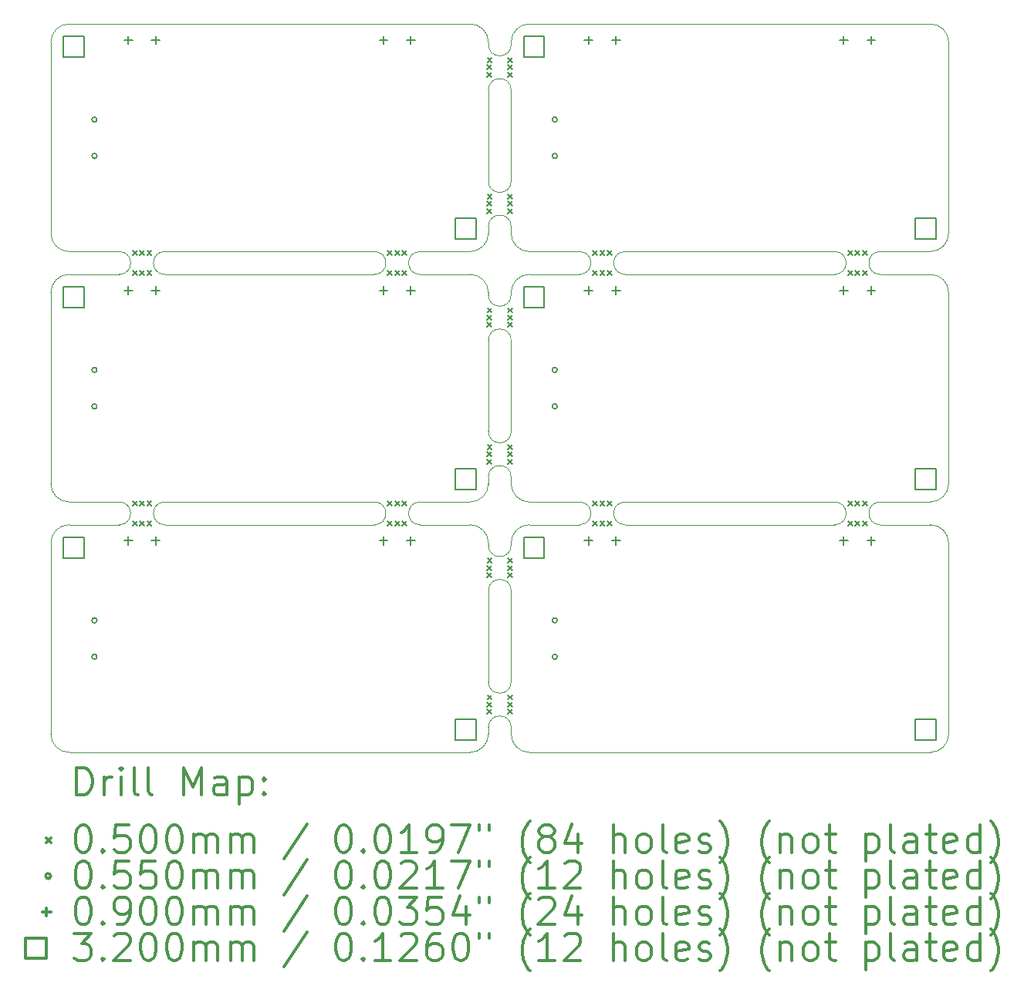
<source format=gbr>
%FSLAX45Y45*%
G04 Gerber Fmt 4.5, Leading zero omitted, Abs format (unit mm)*
G04 Created by KiCad (PCBNEW (5.1.10-1-10_14)) date 2021-09-25 17:02:56*
%MOMM*%
%LPD*%
G01*
G04 APERTURE LIST*
%TA.AperFunction,Profile*%
%ADD10C,0.050000*%
%TD*%
%ADD11C,0.200000*%
%ADD12C,0.300000*%
G04 APERTURE END LIST*
D10*
X0Y7800000D02*
X0Y5700000D01*
X4800000Y5700000D02*
G75*
G02*
X4600000Y5500000I-200000J0D01*
G01*
X4600000Y8000000D02*
G75*
G02*
X4800000Y7800000I0J-200000D01*
G01*
X0Y7800000D02*
G75*
G02*
X200000Y8000000I200000J0D01*
G01*
X200000Y5500000D02*
G75*
G02*
X0Y5700000I0J200000D01*
G01*
X5250000Y5500000D02*
G75*
G02*
X5050000Y5700000I0J200000D01*
G01*
X9850000Y5700000D02*
X9850000Y7800000D01*
X4800000Y5750000D02*
X4800000Y5775000D01*
X3550000Y5500000D02*
X1250000Y5500000D01*
X5800000Y8000000D02*
X5250000Y8000000D01*
X750000Y5500000D02*
X200000Y5500000D01*
X4225000Y8000000D02*
X4600000Y8000000D01*
X200000Y8000000D02*
X750000Y8000000D01*
X1250000Y8000000D02*
X3725000Y8000000D01*
X4800000Y5750000D02*
X4800000Y5700000D01*
X5050000Y5700000D02*
X5050000Y5775000D01*
X5050000Y6275000D02*
X5050000Y7275000D01*
X9850000Y5700000D02*
G75*
G02*
X9650000Y5500000I-200000J0D01*
G01*
X9650000Y8000000D02*
G75*
G02*
X9850000Y7800000I0J-200000D01*
G01*
X5050000Y7800000D02*
G75*
G02*
X5250000Y8000000I200000J0D01*
G01*
X5800000Y5500000D02*
X5250000Y5500000D01*
X9100000Y5500000D02*
X9650000Y5500000D01*
X4800000Y7250000D02*
X4800000Y6275000D01*
X9100000Y5250000D02*
G75*
G02*
X9100000Y5500000I0J125000D01*
G01*
X5800000Y5500000D02*
G75*
G02*
X5800000Y5250000I0J-125000D01*
G01*
X6300000Y5250000D02*
G75*
G02*
X6300000Y5500000I0J125000D01*
G01*
X4800000Y7275000D02*
G75*
G02*
X5050000Y7275000I125000J0D01*
G01*
X5050000Y7775000D02*
G75*
G02*
X4800000Y7775000I-125000J0D01*
G01*
X5050000Y6275000D02*
G75*
G02*
X4800000Y6275000I-125000J0D01*
G01*
X4800000Y5775000D02*
G75*
G02*
X5050000Y5775000I125000J0D01*
G01*
X5050000Y5025000D02*
G75*
G02*
X4800000Y5025000I-125000J0D01*
G01*
X4800000Y4525000D02*
G75*
G02*
X5050000Y4525000I125000J0D01*
G01*
X4800000Y3025000D02*
G75*
G02*
X5050000Y3025000I125000J0D01*
G01*
X5050000Y3525000D02*
G75*
G02*
X4800000Y3525000I-125000J0D01*
G01*
X5050000Y775000D02*
G75*
G02*
X4800000Y775000I-125000J0D01*
G01*
X4800000Y275000D02*
G75*
G02*
X5050000Y275000I125000J0D01*
G01*
X4800000Y1775000D02*
G75*
G02*
X5050000Y1775000I125000J0D01*
G01*
X5050000Y2275000D02*
G75*
G02*
X4800000Y2275000I-125000J0D01*
G01*
X1250000Y8000000D02*
X750000Y8000000D01*
X4225000Y8000000D02*
X3725000Y8000000D01*
X6300000Y8000000D02*
X5800000Y8000000D01*
X8775000Y0D02*
X9275000Y0D01*
X5800000Y0D02*
X6300000Y0D01*
X3725000Y0D02*
X4225000Y0D01*
X1250000Y0D02*
X750000Y0D01*
X4050000Y5500000D02*
X4600000Y5500000D01*
X5050000Y7775000D02*
X5050000Y7800000D01*
X4800000Y7250000D02*
X4800000Y7275000D01*
X4800000Y7775000D02*
X4800000Y7800000D01*
X9275000Y8000000D02*
X9650000Y8000000D01*
X8600000Y5500000D02*
X6300000Y5500000D01*
X5800000Y0D02*
X5250000Y0D01*
X750000Y0D02*
X200000Y0D01*
X3725000Y0D02*
X1250000Y0D01*
X4225000Y0D02*
X4600000Y0D01*
X4800000Y250000D02*
X4800000Y275000D01*
X4800000Y1750000D02*
X4800000Y1775000D01*
X5050000Y775000D02*
X5050000Y1775000D01*
X5050000Y200000D02*
X5050000Y275000D01*
X4800000Y250000D02*
X4800000Y200000D01*
X4800000Y1750000D02*
X4800000Y775000D01*
X9850000Y200000D02*
G75*
G02*
X9650000Y0I-200000J0D01*
G01*
X5250000Y0D02*
G75*
G02*
X5050000Y200000I0J200000D01*
G01*
X9850000Y200000D02*
X9850000Y2300000D01*
X0Y2300000D02*
X0Y200000D01*
X4800000Y200000D02*
G75*
G02*
X4600000Y0I-200000J0D01*
G01*
X200000Y0D02*
G75*
G02*
X0Y200000I0J200000D01*
G01*
X9275000Y8000000D02*
X6300000Y8000000D01*
X8600000Y5500000D02*
G75*
G02*
X8600000Y5250000I0J-125000D01*
G01*
X4800000Y5025000D02*
X4800000Y5050000D01*
X9100000Y5250000D02*
X9650000Y5250000D01*
X4800000Y4500000D02*
X4800000Y3525000D01*
X5050000Y3525000D02*
X5050000Y4525000D01*
X9650000Y5250000D02*
G75*
G02*
X9850000Y5050000I0J-200000D01*
G01*
X5050000Y5050000D02*
G75*
G02*
X5250000Y5250000I200000J0D01*
G01*
X9850000Y2950000D02*
X9850000Y5050000D01*
X5800000Y5250000D02*
X5250000Y5250000D01*
X4050000Y5250000D02*
X4600000Y5250000D01*
X1250000Y5250000D02*
G75*
G02*
X1250000Y5500000I0J125000D01*
G01*
X200000Y5250000D02*
X750000Y5250000D01*
X3550000Y5500000D02*
G75*
G02*
X3550000Y5250000I0J-125000D01*
G01*
X750000Y5500000D02*
G75*
G02*
X750000Y5250000I0J-125000D01*
G01*
X4050000Y5250000D02*
G75*
G02*
X4050000Y5500000I0J125000D01*
G01*
X1250000Y5250000D02*
X3550000Y5250000D01*
X6300000Y5250000D02*
X8600000Y5250000D01*
X0Y5050000D02*
X0Y2950000D01*
X4600000Y5250000D02*
G75*
G02*
X4800000Y5050000I0J-200000D01*
G01*
X0Y5050000D02*
G75*
G02*
X200000Y5250000I200000J0D01*
G01*
X9275000Y0D02*
X9650000Y0D01*
X8775000Y0D02*
X6300000Y0D01*
X5050000Y5025000D02*
X5050000Y5050000D01*
X4800000Y4500000D02*
X4800000Y4525000D01*
X4050000Y2500000D02*
X4600000Y2500000D01*
X5800000Y2500000D02*
X5250000Y2500000D01*
X5050000Y2300000D02*
G75*
G02*
X5250000Y2500000I200000J0D01*
G01*
X9650000Y2500000D02*
G75*
G02*
X9850000Y2300000I0J-200000D01*
G01*
X9100000Y2500000D02*
X9650000Y2500000D01*
X3550000Y2750000D02*
G75*
G02*
X3550000Y2500000I0J-125000D01*
G01*
X200000Y2500000D02*
X750000Y2500000D01*
X1250000Y2500000D02*
G75*
G02*
X1250000Y2750000I0J125000D01*
G01*
X8600000Y2750000D02*
X6300000Y2750000D01*
X4050000Y2750000D02*
X4600000Y2750000D01*
X6300000Y2500000D02*
G75*
G02*
X6300000Y2750000I0J125000D01*
G01*
X5800000Y2750000D02*
G75*
G02*
X5800000Y2500000I0J-125000D01*
G01*
X9100000Y2500000D02*
G75*
G02*
X9100000Y2750000I0J125000D01*
G01*
X8600000Y2750000D02*
G75*
G02*
X8600000Y2500000I0J-125000D01*
G01*
X0Y2300000D02*
G75*
G02*
X200000Y2500000I200000J0D01*
G01*
X4600000Y2500000D02*
G75*
G02*
X4800000Y2300000I0J-200000D01*
G01*
X6300000Y2500000D02*
X8600000Y2500000D01*
X1250000Y2500000D02*
X3550000Y2500000D01*
X4050000Y2500000D02*
G75*
G02*
X4050000Y2750000I0J125000D01*
G01*
X750000Y2750000D02*
G75*
G02*
X750000Y2500000I0J-125000D01*
G01*
X4800000Y3000000D02*
X4800000Y3025000D01*
X5050000Y2950000D02*
X5050000Y3025000D01*
X5050000Y2275000D02*
X5050000Y2300000D01*
X4800000Y2300000D02*
X4800000Y2275000D01*
X200000Y2750000D02*
G75*
G02*
X0Y2950000I0J200000D01*
G01*
X4800000Y2950000D02*
G75*
G02*
X4600000Y2750000I-200000J0D01*
G01*
X4800000Y3000000D02*
X4800000Y2950000D01*
X750000Y2750000D02*
X200000Y2750000D01*
X3550000Y2750000D02*
X1250000Y2750000D01*
X5250000Y2750000D02*
G75*
G02*
X5050000Y2950000I0J200000D01*
G01*
X9850000Y2950000D02*
G75*
G02*
X9650000Y2750000I-200000J0D01*
G01*
X9100000Y2750000D02*
X9650000Y2750000D01*
X5800000Y2750000D02*
X5250000Y2750000D01*
D11*
X895000Y5512500D02*
X945000Y5462500D01*
X945000Y5512500D02*
X895000Y5462500D01*
X895000Y5287500D02*
X945000Y5237500D01*
X945000Y5287500D02*
X895000Y5237500D01*
X895000Y2762500D02*
X945000Y2712500D01*
X945000Y2762500D02*
X895000Y2712500D01*
X895000Y2537500D02*
X945000Y2487500D01*
X945000Y2537500D02*
X895000Y2487500D01*
X975000Y5512500D02*
X1025000Y5462500D01*
X1025000Y5512500D02*
X975000Y5462500D01*
X975000Y5287500D02*
X1025000Y5237500D01*
X1025000Y5287500D02*
X975000Y5237500D01*
X975000Y2762500D02*
X1025000Y2712500D01*
X1025000Y2762500D02*
X975000Y2712500D01*
X975000Y2537500D02*
X1025000Y2487500D01*
X1025000Y2537500D02*
X975000Y2487500D01*
X1055000Y5511250D02*
X1105000Y5461250D01*
X1105000Y5511250D02*
X1055000Y5461250D01*
X1055000Y5287500D02*
X1105000Y5237500D01*
X1105000Y5287500D02*
X1055000Y5237500D01*
X1055000Y2761250D02*
X1105000Y2711250D01*
X1105000Y2761250D02*
X1055000Y2711250D01*
X1055000Y2537500D02*
X1105000Y2487500D01*
X1105000Y2537500D02*
X1055000Y2487500D01*
X3695000Y5512500D02*
X3745000Y5462500D01*
X3745000Y5512500D02*
X3695000Y5462500D01*
X3695000Y5287500D02*
X3745000Y5237500D01*
X3745000Y5287500D02*
X3695000Y5237500D01*
X3695000Y2762500D02*
X3745000Y2712500D01*
X3745000Y2762500D02*
X3695000Y2712500D01*
X3695000Y2537500D02*
X3745000Y2487500D01*
X3745000Y2537500D02*
X3695000Y2487500D01*
X3775000Y5512500D02*
X3825000Y5462500D01*
X3825000Y5512500D02*
X3775000Y5462500D01*
X3775000Y5287500D02*
X3825000Y5237500D01*
X3825000Y5287500D02*
X3775000Y5237500D01*
X3775000Y2762500D02*
X3825000Y2712500D01*
X3825000Y2762500D02*
X3775000Y2712500D01*
X3775000Y2537500D02*
X3825000Y2487500D01*
X3825000Y2537500D02*
X3775000Y2487500D01*
X3855000Y5511250D02*
X3905000Y5461250D01*
X3905000Y5511250D02*
X3855000Y5461250D01*
X3855000Y5287500D02*
X3905000Y5237500D01*
X3905000Y5287500D02*
X3855000Y5237500D01*
X3855000Y2761250D02*
X3905000Y2711250D01*
X3905000Y2761250D02*
X3855000Y2711250D01*
X3855000Y2537500D02*
X3905000Y2487500D01*
X3905000Y2537500D02*
X3855000Y2487500D01*
X4787500Y7550000D02*
X4837500Y7500000D01*
X4837500Y7550000D02*
X4787500Y7500000D01*
X4787500Y7470000D02*
X4837500Y7420000D01*
X4837500Y7470000D02*
X4787500Y7420000D01*
X4787500Y6050000D02*
X4837500Y6000000D01*
X4837500Y6050000D02*
X4787500Y6000000D01*
X4787500Y5970000D02*
X4837500Y5920000D01*
X4837500Y5970000D02*
X4787500Y5920000D01*
X4787500Y4800000D02*
X4837500Y4750000D01*
X4837500Y4800000D02*
X4787500Y4750000D01*
X4787500Y4720000D02*
X4837500Y4670000D01*
X4837500Y4720000D02*
X4787500Y4670000D01*
X4787500Y3300000D02*
X4837500Y3250000D01*
X4837500Y3300000D02*
X4787500Y3250000D01*
X4787500Y3220000D02*
X4837500Y3170000D01*
X4837500Y3220000D02*
X4787500Y3170000D01*
X4787500Y2050000D02*
X4837500Y2000000D01*
X4837500Y2050000D02*
X4787500Y2000000D01*
X4787500Y1970000D02*
X4837500Y1920000D01*
X4837500Y1970000D02*
X4787500Y1920000D01*
X4787500Y550000D02*
X4837500Y500000D01*
X4837500Y550000D02*
X4787500Y500000D01*
X4787500Y470000D02*
X4837500Y420000D01*
X4837500Y470000D02*
X4787500Y420000D01*
X4788750Y7630000D02*
X4838750Y7580000D01*
X4838750Y7630000D02*
X4788750Y7580000D01*
X4788750Y6130000D02*
X4838750Y6080000D01*
X4838750Y6130000D02*
X4788750Y6080000D01*
X4788750Y4880000D02*
X4838750Y4830000D01*
X4838750Y4880000D02*
X4788750Y4830000D01*
X4788750Y3380000D02*
X4838750Y3330000D01*
X4838750Y3380000D02*
X4788750Y3330000D01*
X4788750Y2130000D02*
X4838750Y2080000D01*
X4838750Y2130000D02*
X4788750Y2080000D01*
X4788750Y630000D02*
X4838750Y580000D01*
X4838750Y630000D02*
X4788750Y580000D01*
X5012500Y7630000D02*
X5062500Y7580000D01*
X5062500Y7630000D02*
X5012500Y7580000D01*
X5012500Y7550000D02*
X5062500Y7500000D01*
X5062500Y7550000D02*
X5012500Y7500000D01*
X5012500Y7470000D02*
X5062500Y7420000D01*
X5062500Y7470000D02*
X5012500Y7420000D01*
X5012500Y6130000D02*
X5062500Y6080000D01*
X5062500Y6130000D02*
X5012500Y6080000D01*
X5012500Y6050000D02*
X5062500Y6000000D01*
X5062500Y6050000D02*
X5012500Y6000000D01*
X5012500Y5970000D02*
X5062500Y5920000D01*
X5062500Y5970000D02*
X5012500Y5920000D01*
X5012500Y4880000D02*
X5062500Y4830000D01*
X5062500Y4880000D02*
X5012500Y4830000D01*
X5012500Y4800000D02*
X5062500Y4750000D01*
X5062500Y4800000D02*
X5012500Y4750000D01*
X5012500Y4720000D02*
X5062500Y4670000D01*
X5062500Y4720000D02*
X5012500Y4670000D01*
X5012500Y3380000D02*
X5062500Y3330000D01*
X5062500Y3380000D02*
X5012500Y3330000D01*
X5012500Y3300000D02*
X5062500Y3250000D01*
X5062500Y3300000D02*
X5012500Y3250000D01*
X5012500Y3220000D02*
X5062500Y3170000D01*
X5062500Y3220000D02*
X5012500Y3170000D01*
X5012500Y2130000D02*
X5062500Y2080000D01*
X5062500Y2130000D02*
X5012500Y2080000D01*
X5012500Y2050000D02*
X5062500Y2000000D01*
X5062500Y2050000D02*
X5012500Y2000000D01*
X5012500Y1970000D02*
X5062500Y1920000D01*
X5062500Y1970000D02*
X5012500Y1920000D01*
X5012500Y630000D02*
X5062500Y580000D01*
X5062500Y630000D02*
X5012500Y580000D01*
X5012500Y550000D02*
X5062500Y500000D01*
X5062500Y550000D02*
X5012500Y500000D01*
X5012500Y470000D02*
X5062500Y420000D01*
X5062500Y470000D02*
X5012500Y420000D01*
X5945000Y5512500D02*
X5995000Y5462500D01*
X5995000Y5512500D02*
X5945000Y5462500D01*
X5945000Y5287500D02*
X5995000Y5237500D01*
X5995000Y5287500D02*
X5945000Y5237500D01*
X5945000Y2762500D02*
X5995000Y2712500D01*
X5995000Y2762500D02*
X5945000Y2712500D01*
X5945000Y2537500D02*
X5995000Y2487500D01*
X5995000Y2537500D02*
X5945000Y2487500D01*
X6025000Y5512500D02*
X6075000Y5462500D01*
X6075000Y5512500D02*
X6025000Y5462500D01*
X6025000Y5287500D02*
X6075000Y5237500D01*
X6075000Y5287500D02*
X6025000Y5237500D01*
X6025000Y2762500D02*
X6075000Y2712500D01*
X6075000Y2762500D02*
X6025000Y2712500D01*
X6025000Y2537500D02*
X6075000Y2487500D01*
X6075000Y2537500D02*
X6025000Y2487500D01*
X6105000Y5511250D02*
X6155000Y5461250D01*
X6155000Y5511250D02*
X6105000Y5461250D01*
X6105000Y5287500D02*
X6155000Y5237500D01*
X6155000Y5287500D02*
X6105000Y5237500D01*
X6105000Y2761250D02*
X6155000Y2711250D01*
X6155000Y2761250D02*
X6105000Y2711250D01*
X6105000Y2537500D02*
X6155000Y2487500D01*
X6155000Y2537500D02*
X6105000Y2487500D01*
X8745000Y5512500D02*
X8795000Y5462500D01*
X8795000Y5512500D02*
X8745000Y5462500D01*
X8745000Y5287500D02*
X8795000Y5237500D01*
X8795000Y5287500D02*
X8745000Y5237500D01*
X8745000Y2762500D02*
X8795000Y2712500D01*
X8795000Y2762500D02*
X8745000Y2712500D01*
X8745000Y2537500D02*
X8795000Y2487500D01*
X8795000Y2537500D02*
X8745000Y2487500D01*
X8825000Y5512500D02*
X8875000Y5462500D01*
X8875000Y5512500D02*
X8825000Y5462500D01*
X8825000Y5287500D02*
X8875000Y5237500D01*
X8875000Y5287500D02*
X8825000Y5237500D01*
X8825000Y2762500D02*
X8875000Y2712500D01*
X8875000Y2762500D02*
X8825000Y2712500D01*
X8825000Y2537500D02*
X8875000Y2487500D01*
X8875000Y2537500D02*
X8825000Y2487500D01*
X8905000Y5511250D02*
X8955000Y5461250D01*
X8955000Y5511250D02*
X8905000Y5461250D01*
X8905000Y5287500D02*
X8955000Y5237500D01*
X8955000Y5287500D02*
X8905000Y5237500D01*
X8905000Y2761250D02*
X8955000Y2711250D01*
X8955000Y2761250D02*
X8905000Y2711250D01*
X8905000Y2537500D02*
X8955000Y2487500D01*
X8955000Y2537500D02*
X8905000Y2487500D01*
X505500Y6950000D02*
G75*
G03*
X505500Y6950000I-27500J0D01*
G01*
X505500Y6550000D02*
G75*
G03*
X505500Y6550000I-27500J0D01*
G01*
X505500Y4200000D02*
G75*
G03*
X505500Y4200000I-27500J0D01*
G01*
X505500Y3800000D02*
G75*
G03*
X505500Y3800000I-27500J0D01*
G01*
X505500Y1450000D02*
G75*
G03*
X505500Y1450000I-27500J0D01*
G01*
X505500Y1050000D02*
G75*
G03*
X505500Y1050000I-27500J0D01*
G01*
X5555500Y6950000D02*
G75*
G03*
X5555500Y6950000I-27500J0D01*
G01*
X5555500Y6550000D02*
G75*
G03*
X5555500Y6550000I-27500J0D01*
G01*
X5555500Y4200000D02*
G75*
G03*
X5555500Y4200000I-27500J0D01*
G01*
X5555500Y3800000D02*
G75*
G03*
X5555500Y3800000I-27500J0D01*
G01*
X5555500Y1450000D02*
G75*
G03*
X5555500Y1450000I-27500J0D01*
G01*
X5555500Y1050000D02*
G75*
G03*
X5555500Y1050000I-27500J0D01*
G01*
X850000Y7869100D02*
X850000Y7779100D01*
X805000Y7824100D02*
X895000Y7824100D01*
X850000Y5119100D02*
X850000Y5029100D01*
X805000Y5074100D02*
X895000Y5074100D01*
X850000Y2369100D02*
X850000Y2279100D01*
X805000Y2324100D02*
X895000Y2324100D01*
X1150000Y7869100D02*
X1150000Y7779100D01*
X1105000Y7824100D02*
X1195000Y7824100D01*
X1150000Y5119100D02*
X1150000Y5029100D01*
X1105000Y5074100D02*
X1195000Y5074100D01*
X1150000Y2369100D02*
X1150000Y2279100D01*
X1105000Y2324100D02*
X1195000Y2324100D01*
X3650000Y7869100D02*
X3650000Y7779100D01*
X3605000Y7824100D02*
X3695000Y7824100D01*
X3650000Y5119100D02*
X3650000Y5029100D01*
X3605000Y5074100D02*
X3695000Y5074100D01*
X3650000Y2369100D02*
X3650000Y2279100D01*
X3605000Y2324100D02*
X3695000Y2324100D01*
X3950000Y7869100D02*
X3950000Y7779100D01*
X3905000Y7824100D02*
X3995000Y7824100D01*
X3950000Y5119100D02*
X3950000Y5029100D01*
X3905000Y5074100D02*
X3995000Y5074100D01*
X3950000Y2369100D02*
X3950000Y2279100D01*
X3905000Y2324100D02*
X3995000Y2324100D01*
X5900000Y7869100D02*
X5900000Y7779100D01*
X5855000Y7824100D02*
X5945000Y7824100D01*
X5900000Y5119100D02*
X5900000Y5029100D01*
X5855000Y5074100D02*
X5945000Y5074100D01*
X5900000Y2369100D02*
X5900000Y2279100D01*
X5855000Y2324100D02*
X5945000Y2324100D01*
X6200000Y7869100D02*
X6200000Y7779100D01*
X6155000Y7824100D02*
X6245000Y7824100D01*
X6200000Y5119100D02*
X6200000Y5029100D01*
X6155000Y5074100D02*
X6245000Y5074100D01*
X6200000Y2369100D02*
X6200000Y2279100D01*
X6155000Y2324100D02*
X6245000Y2324100D01*
X8700000Y7869100D02*
X8700000Y7779100D01*
X8655000Y7824100D02*
X8745000Y7824100D01*
X8700000Y5119100D02*
X8700000Y5029100D01*
X8655000Y5074100D02*
X8745000Y5074100D01*
X8700000Y2369100D02*
X8700000Y2279100D01*
X8655000Y2324100D02*
X8745000Y2324100D01*
X9000000Y7869100D02*
X9000000Y7779100D01*
X8955000Y7824100D02*
X9045000Y7824100D01*
X9000000Y5119100D02*
X9000000Y5029100D01*
X8955000Y5074100D02*
X9045000Y5074100D01*
X9000000Y2369100D02*
X9000000Y2279100D01*
X8955000Y2324100D02*
X9045000Y2324100D01*
X363138Y7636862D02*
X363138Y7863138D01*
X136862Y7863138D01*
X136862Y7636862D01*
X363138Y7636862D01*
X363138Y4886862D02*
X363138Y5113138D01*
X136862Y5113138D01*
X136862Y4886862D01*
X363138Y4886862D01*
X363138Y2136862D02*
X363138Y2363138D01*
X136862Y2363138D01*
X136862Y2136862D01*
X363138Y2136862D01*
X4663138Y5636862D02*
X4663138Y5863138D01*
X4436862Y5863138D01*
X4436862Y5636862D01*
X4663138Y5636862D01*
X4663138Y2886862D02*
X4663138Y3113138D01*
X4436862Y3113138D01*
X4436862Y2886862D01*
X4663138Y2886862D01*
X4663138Y136862D02*
X4663138Y363138D01*
X4436862Y363138D01*
X4436862Y136862D01*
X4663138Y136862D01*
X5413138Y7636862D02*
X5413138Y7863138D01*
X5186862Y7863138D01*
X5186862Y7636862D01*
X5413138Y7636862D01*
X5413138Y4886862D02*
X5413138Y5113138D01*
X5186862Y5113138D01*
X5186862Y4886862D01*
X5413138Y4886862D01*
X5413138Y2136862D02*
X5413138Y2363138D01*
X5186862Y2363138D01*
X5186862Y2136862D01*
X5413138Y2136862D01*
X9713138Y5636862D02*
X9713138Y5863138D01*
X9486862Y5863138D01*
X9486862Y5636862D01*
X9713138Y5636862D01*
X9713138Y2886862D02*
X9713138Y3113138D01*
X9486862Y3113138D01*
X9486862Y2886862D01*
X9713138Y2886862D01*
X9713138Y136862D02*
X9713138Y363138D01*
X9486862Y363138D01*
X9486862Y136862D01*
X9713138Y136862D01*
D12*
X283928Y-468214D02*
X283928Y-168214D01*
X355357Y-168214D01*
X398214Y-182500D01*
X426786Y-211071D01*
X441071Y-239643D01*
X455357Y-296786D01*
X455357Y-339643D01*
X441071Y-396786D01*
X426786Y-425357D01*
X398214Y-453929D01*
X355357Y-468214D01*
X283928Y-468214D01*
X583928Y-468214D02*
X583928Y-268214D01*
X583928Y-325357D02*
X598214Y-296786D01*
X612500Y-282500D01*
X641071Y-268214D01*
X669643Y-268214D01*
X769643Y-468214D02*
X769643Y-268214D01*
X769643Y-168214D02*
X755357Y-182500D01*
X769643Y-196786D01*
X783928Y-182500D01*
X769643Y-168214D01*
X769643Y-196786D01*
X955357Y-468214D02*
X926786Y-453929D01*
X912500Y-425357D01*
X912500Y-168214D01*
X1112500Y-468214D02*
X1083928Y-453929D01*
X1069643Y-425357D01*
X1069643Y-168214D01*
X1455357Y-468214D02*
X1455357Y-168214D01*
X1555357Y-382500D01*
X1655357Y-168214D01*
X1655357Y-468214D01*
X1926786Y-468214D02*
X1926786Y-311072D01*
X1912500Y-282500D01*
X1883928Y-268214D01*
X1826786Y-268214D01*
X1798214Y-282500D01*
X1926786Y-453929D02*
X1898214Y-468214D01*
X1826786Y-468214D01*
X1798214Y-453929D01*
X1783928Y-425357D01*
X1783928Y-396786D01*
X1798214Y-368214D01*
X1826786Y-353929D01*
X1898214Y-353929D01*
X1926786Y-339643D01*
X2069643Y-268214D02*
X2069643Y-568214D01*
X2069643Y-282500D02*
X2098214Y-268214D01*
X2155357Y-268214D01*
X2183928Y-282500D01*
X2198214Y-296786D01*
X2212500Y-325357D01*
X2212500Y-411071D01*
X2198214Y-439643D01*
X2183928Y-453929D01*
X2155357Y-468214D01*
X2098214Y-468214D01*
X2069643Y-453929D01*
X2341071Y-439643D02*
X2355357Y-453929D01*
X2341071Y-468214D01*
X2326786Y-453929D01*
X2341071Y-439643D01*
X2341071Y-468214D01*
X2341071Y-282500D02*
X2355357Y-296786D01*
X2341071Y-311072D01*
X2326786Y-296786D01*
X2341071Y-282500D01*
X2341071Y-311072D01*
X-52500Y-937500D02*
X-2500Y-987500D01*
X-2500Y-937500D02*
X-52500Y-987500D01*
X341071Y-798214D02*
X369643Y-798214D01*
X398214Y-812500D01*
X412500Y-826786D01*
X426786Y-855357D01*
X441071Y-912500D01*
X441071Y-983929D01*
X426786Y-1041071D01*
X412500Y-1069643D01*
X398214Y-1083929D01*
X369643Y-1098214D01*
X341071Y-1098214D01*
X312500Y-1083929D01*
X298214Y-1069643D01*
X283928Y-1041071D01*
X269643Y-983929D01*
X269643Y-912500D01*
X283928Y-855357D01*
X298214Y-826786D01*
X312500Y-812500D01*
X341071Y-798214D01*
X569643Y-1069643D02*
X583928Y-1083929D01*
X569643Y-1098214D01*
X555357Y-1083929D01*
X569643Y-1069643D01*
X569643Y-1098214D01*
X855357Y-798214D02*
X712500Y-798214D01*
X698214Y-941071D01*
X712500Y-926786D01*
X741071Y-912500D01*
X812500Y-912500D01*
X841071Y-926786D01*
X855357Y-941071D01*
X869643Y-969643D01*
X869643Y-1041071D01*
X855357Y-1069643D01*
X841071Y-1083929D01*
X812500Y-1098214D01*
X741071Y-1098214D01*
X712500Y-1083929D01*
X698214Y-1069643D01*
X1055357Y-798214D02*
X1083928Y-798214D01*
X1112500Y-812500D01*
X1126786Y-826786D01*
X1141071Y-855357D01*
X1155357Y-912500D01*
X1155357Y-983929D01*
X1141071Y-1041071D01*
X1126786Y-1069643D01*
X1112500Y-1083929D01*
X1083928Y-1098214D01*
X1055357Y-1098214D01*
X1026786Y-1083929D01*
X1012500Y-1069643D01*
X998214Y-1041071D01*
X983928Y-983929D01*
X983928Y-912500D01*
X998214Y-855357D01*
X1012500Y-826786D01*
X1026786Y-812500D01*
X1055357Y-798214D01*
X1341071Y-798214D02*
X1369643Y-798214D01*
X1398214Y-812500D01*
X1412500Y-826786D01*
X1426786Y-855357D01*
X1441071Y-912500D01*
X1441071Y-983929D01*
X1426786Y-1041071D01*
X1412500Y-1069643D01*
X1398214Y-1083929D01*
X1369643Y-1098214D01*
X1341071Y-1098214D01*
X1312500Y-1083929D01*
X1298214Y-1069643D01*
X1283928Y-1041071D01*
X1269643Y-983929D01*
X1269643Y-912500D01*
X1283928Y-855357D01*
X1298214Y-826786D01*
X1312500Y-812500D01*
X1341071Y-798214D01*
X1569643Y-1098214D02*
X1569643Y-898214D01*
X1569643Y-926786D02*
X1583928Y-912500D01*
X1612500Y-898214D01*
X1655357Y-898214D01*
X1683928Y-912500D01*
X1698214Y-941071D01*
X1698214Y-1098214D01*
X1698214Y-941071D02*
X1712500Y-912500D01*
X1741071Y-898214D01*
X1783928Y-898214D01*
X1812500Y-912500D01*
X1826786Y-941071D01*
X1826786Y-1098214D01*
X1969643Y-1098214D02*
X1969643Y-898214D01*
X1969643Y-926786D02*
X1983928Y-912500D01*
X2012500Y-898214D01*
X2055357Y-898214D01*
X2083928Y-912500D01*
X2098214Y-941071D01*
X2098214Y-1098214D01*
X2098214Y-941071D02*
X2112500Y-912500D01*
X2141071Y-898214D01*
X2183928Y-898214D01*
X2212500Y-912500D01*
X2226786Y-941071D01*
X2226786Y-1098214D01*
X2812500Y-783929D02*
X2555357Y-1169643D01*
X3198214Y-798214D02*
X3226786Y-798214D01*
X3255357Y-812500D01*
X3269643Y-826786D01*
X3283928Y-855357D01*
X3298214Y-912500D01*
X3298214Y-983929D01*
X3283928Y-1041071D01*
X3269643Y-1069643D01*
X3255357Y-1083929D01*
X3226786Y-1098214D01*
X3198214Y-1098214D01*
X3169643Y-1083929D01*
X3155357Y-1069643D01*
X3141071Y-1041071D01*
X3126786Y-983929D01*
X3126786Y-912500D01*
X3141071Y-855357D01*
X3155357Y-826786D01*
X3169643Y-812500D01*
X3198214Y-798214D01*
X3426786Y-1069643D02*
X3441071Y-1083929D01*
X3426786Y-1098214D01*
X3412500Y-1083929D01*
X3426786Y-1069643D01*
X3426786Y-1098214D01*
X3626786Y-798214D02*
X3655357Y-798214D01*
X3683928Y-812500D01*
X3698214Y-826786D01*
X3712500Y-855357D01*
X3726786Y-912500D01*
X3726786Y-983929D01*
X3712500Y-1041071D01*
X3698214Y-1069643D01*
X3683928Y-1083929D01*
X3655357Y-1098214D01*
X3626786Y-1098214D01*
X3598214Y-1083929D01*
X3583928Y-1069643D01*
X3569643Y-1041071D01*
X3555357Y-983929D01*
X3555357Y-912500D01*
X3569643Y-855357D01*
X3583928Y-826786D01*
X3598214Y-812500D01*
X3626786Y-798214D01*
X4012500Y-1098214D02*
X3841071Y-1098214D01*
X3926786Y-1098214D02*
X3926786Y-798214D01*
X3898214Y-841071D01*
X3869643Y-869643D01*
X3841071Y-883929D01*
X4155357Y-1098214D02*
X4212500Y-1098214D01*
X4241071Y-1083929D01*
X4255357Y-1069643D01*
X4283928Y-1026786D01*
X4298214Y-969643D01*
X4298214Y-855357D01*
X4283928Y-826786D01*
X4269643Y-812500D01*
X4241071Y-798214D01*
X4183928Y-798214D01*
X4155357Y-812500D01*
X4141071Y-826786D01*
X4126786Y-855357D01*
X4126786Y-926786D01*
X4141071Y-955357D01*
X4155357Y-969643D01*
X4183928Y-983929D01*
X4241071Y-983929D01*
X4269643Y-969643D01*
X4283928Y-955357D01*
X4298214Y-926786D01*
X4398214Y-798214D02*
X4598214Y-798214D01*
X4469643Y-1098214D01*
X4698214Y-798214D02*
X4698214Y-855357D01*
X4812500Y-798214D02*
X4812500Y-855357D01*
X5255357Y-1212500D02*
X5241071Y-1198214D01*
X5212500Y-1155357D01*
X5198214Y-1126786D01*
X5183928Y-1083929D01*
X5169643Y-1012500D01*
X5169643Y-955357D01*
X5183928Y-883929D01*
X5198214Y-841071D01*
X5212500Y-812500D01*
X5241071Y-769643D01*
X5255357Y-755357D01*
X5412500Y-926786D02*
X5383928Y-912500D01*
X5369643Y-898214D01*
X5355357Y-869643D01*
X5355357Y-855357D01*
X5369643Y-826786D01*
X5383928Y-812500D01*
X5412500Y-798214D01*
X5469643Y-798214D01*
X5498214Y-812500D01*
X5512500Y-826786D01*
X5526786Y-855357D01*
X5526786Y-869643D01*
X5512500Y-898214D01*
X5498214Y-912500D01*
X5469643Y-926786D01*
X5412500Y-926786D01*
X5383928Y-941071D01*
X5369643Y-955357D01*
X5355357Y-983929D01*
X5355357Y-1041071D01*
X5369643Y-1069643D01*
X5383928Y-1083929D01*
X5412500Y-1098214D01*
X5469643Y-1098214D01*
X5498214Y-1083929D01*
X5512500Y-1069643D01*
X5526786Y-1041071D01*
X5526786Y-983929D01*
X5512500Y-955357D01*
X5498214Y-941071D01*
X5469643Y-926786D01*
X5783928Y-898214D02*
X5783928Y-1098214D01*
X5712500Y-783929D02*
X5641071Y-998214D01*
X5826786Y-998214D01*
X6169643Y-1098214D02*
X6169643Y-798214D01*
X6298214Y-1098214D02*
X6298214Y-941071D01*
X6283928Y-912500D01*
X6255357Y-898214D01*
X6212500Y-898214D01*
X6183928Y-912500D01*
X6169643Y-926786D01*
X6483928Y-1098214D02*
X6455357Y-1083929D01*
X6441071Y-1069643D01*
X6426786Y-1041071D01*
X6426786Y-955357D01*
X6441071Y-926786D01*
X6455357Y-912500D01*
X6483928Y-898214D01*
X6526786Y-898214D01*
X6555357Y-912500D01*
X6569643Y-926786D01*
X6583928Y-955357D01*
X6583928Y-1041071D01*
X6569643Y-1069643D01*
X6555357Y-1083929D01*
X6526786Y-1098214D01*
X6483928Y-1098214D01*
X6755357Y-1098214D02*
X6726786Y-1083929D01*
X6712500Y-1055357D01*
X6712500Y-798214D01*
X6983928Y-1083929D02*
X6955357Y-1098214D01*
X6898214Y-1098214D01*
X6869643Y-1083929D01*
X6855357Y-1055357D01*
X6855357Y-941071D01*
X6869643Y-912500D01*
X6898214Y-898214D01*
X6955357Y-898214D01*
X6983928Y-912500D01*
X6998214Y-941071D01*
X6998214Y-969643D01*
X6855357Y-998214D01*
X7112500Y-1083929D02*
X7141071Y-1098214D01*
X7198214Y-1098214D01*
X7226786Y-1083929D01*
X7241071Y-1055357D01*
X7241071Y-1041071D01*
X7226786Y-1012500D01*
X7198214Y-998214D01*
X7155357Y-998214D01*
X7126786Y-983929D01*
X7112500Y-955357D01*
X7112500Y-941071D01*
X7126786Y-912500D01*
X7155357Y-898214D01*
X7198214Y-898214D01*
X7226786Y-912500D01*
X7341071Y-1212500D02*
X7355357Y-1198214D01*
X7383928Y-1155357D01*
X7398214Y-1126786D01*
X7412500Y-1083929D01*
X7426786Y-1012500D01*
X7426786Y-955357D01*
X7412500Y-883929D01*
X7398214Y-841071D01*
X7383928Y-812500D01*
X7355357Y-769643D01*
X7341071Y-755357D01*
X7883928Y-1212500D02*
X7869643Y-1198214D01*
X7841071Y-1155357D01*
X7826786Y-1126786D01*
X7812500Y-1083929D01*
X7798214Y-1012500D01*
X7798214Y-955357D01*
X7812500Y-883929D01*
X7826786Y-841071D01*
X7841071Y-812500D01*
X7869643Y-769643D01*
X7883928Y-755357D01*
X7998214Y-898214D02*
X7998214Y-1098214D01*
X7998214Y-926786D02*
X8012500Y-912500D01*
X8041071Y-898214D01*
X8083928Y-898214D01*
X8112500Y-912500D01*
X8126786Y-941071D01*
X8126786Y-1098214D01*
X8312500Y-1098214D02*
X8283928Y-1083929D01*
X8269643Y-1069643D01*
X8255357Y-1041071D01*
X8255357Y-955357D01*
X8269643Y-926786D01*
X8283928Y-912500D01*
X8312500Y-898214D01*
X8355357Y-898214D01*
X8383928Y-912500D01*
X8398214Y-926786D01*
X8412500Y-955357D01*
X8412500Y-1041071D01*
X8398214Y-1069643D01*
X8383928Y-1083929D01*
X8355357Y-1098214D01*
X8312500Y-1098214D01*
X8498214Y-898214D02*
X8612500Y-898214D01*
X8541071Y-798214D02*
X8541071Y-1055357D01*
X8555357Y-1083929D01*
X8583928Y-1098214D01*
X8612500Y-1098214D01*
X8941071Y-898214D02*
X8941071Y-1198214D01*
X8941071Y-912500D02*
X8969643Y-898214D01*
X9026786Y-898214D01*
X9055357Y-912500D01*
X9069643Y-926786D01*
X9083928Y-955357D01*
X9083928Y-1041071D01*
X9069643Y-1069643D01*
X9055357Y-1083929D01*
X9026786Y-1098214D01*
X8969643Y-1098214D01*
X8941071Y-1083929D01*
X9255357Y-1098214D02*
X9226786Y-1083929D01*
X9212500Y-1055357D01*
X9212500Y-798214D01*
X9498214Y-1098214D02*
X9498214Y-941071D01*
X9483928Y-912500D01*
X9455357Y-898214D01*
X9398214Y-898214D01*
X9369643Y-912500D01*
X9498214Y-1083929D02*
X9469643Y-1098214D01*
X9398214Y-1098214D01*
X9369643Y-1083929D01*
X9355357Y-1055357D01*
X9355357Y-1026786D01*
X9369643Y-998214D01*
X9398214Y-983929D01*
X9469643Y-983929D01*
X9498214Y-969643D01*
X9598214Y-898214D02*
X9712500Y-898214D01*
X9641071Y-798214D02*
X9641071Y-1055357D01*
X9655357Y-1083929D01*
X9683928Y-1098214D01*
X9712500Y-1098214D01*
X9926786Y-1083929D02*
X9898214Y-1098214D01*
X9841071Y-1098214D01*
X9812500Y-1083929D01*
X9798214Y-1055357D01*
X9798214Y-941071D01*
X9812500Y-912500D01*
X9841071Y-898214D01*
X9898214Y-898214D01*
X9926786Y-912500D01*
X9941071Y-941071D01*
X9941071Y-969643D01*
X9798214Y-998214D01*
X10198214Y-1098214D02*
X10198214Y-798214D01*
X10198214Y-1083929D02*
X10169643Y-1098214D01*
X10112500Y-1098214D01*
X10083928Y-1083929D01*
X10069643Y-1069643D01*
X10055357Y-1041071D01*
X10055357Y-955357D01*
X10069643Y-926786D01*
X10083928Y-912500D01*
X10112500Y-898214D01*
X10169643Y-898214D01*
X10198214Y-912500D01*
X10312500Y-1212500D02*
X10326786Y-1198214D01*
X10355357Y-1155357D01*
X10369643Y-1126786D01*
X10383928Y-1083929D01*
X10398214Y-1012500D01*
X10398214Y-955357D01*
X10383928Y-883929D01*
X10369643Y-841071D01*
X10355357Y-812500D01*
X10326786Y-769643D01*
X10312500Y-755357D01*
X-2500Y-1358500D02*
G75*
G03*
X-2500Y-1358500I-27500J0D01*
G01*
X341071Y-1194214D02*
X369643Y-1194214D01*
X398214Y-1208500D01*
X412500Y-1222786D01*
X426786Y-1251357D01*
X441071Y-1308500D01*
X441071Y-1379929D01*
X426786Y-1437071D01*
X412500Y-1465643D01*
X398214Y-1479929D01*
X369643Y-1494214D01*
X341071Y-1494214D01*
X312500Y-1479929D01*
X298214Y-1465643D01*
X283928Y-1437071D01*
X269643Y-1379929D01*
X269643Y-1308500D01*
X283928Y-1251357D01*
X298214Y-1222786D01*
X312500Y-1208500D01*
X341071Y-1194214D01*
X569643Y-1465643D02*
X583928Y-1479929D01*
X569643Y-1494214D01*
X555357Y-1479929D01*
X569643Y-1465643D01*
X569643Y-1494214D01*
X855357Y-1194214D02*
X712500Y-1194214D01*
X698214Y-1337072D01*
X712500Y-1322786D01*
X741071Y-1308500D01*
X812500Y-1308500D01*
X841071Y-1322786D01*
X855357Y-1337072D01*
X869643Y-1365643D01*
X869643Y-1437071D01*
X855357Y-1465643D01*
X841071Y-1479929D01*
X812500Y-1494214D01*
X741071Y-1494214D01*
X712500Y-1479929D01*
X698214Y-1465643D01*
X1141071Y-1194214D02*
X998214Y-1194214D01*
X983928Y-1337072D01*
X998214Y-1322786D01*
X1026786Y-1308500D01*
X1098214Y-1308500D01*
X1126786Y-1322786D01*
X1141071Y-1337072D01*
X1155357Y-1365643D01*
X1155357Y-1437071D01*
X1141071Y-1465643D01*
X1126786Y-1479929D01*
X1098214Y-1494214D01*
X1026786Y-1494214D01*
X998214Y-1479929D01*
X983928Y-1465643D01*
X1341071Y-1194214D02*
X1369643Y-1194214D01*
X1398214Y-1208500D01*
X1412500Y-1222786D01*
X1426786Y-1251357D01*
X1441071Y-1308500D01*
X1441071Y-1379929D01*
X1426786Y-1437071D01*
X1412500Y-1465643D01*
X1398214Y-1479929D01*
X1369643Y-1494214D01*
X1341071Y-1494214D01*
X1312500Y-1479929D01*
X1298214Y-1465643D01*
X1283928Y-1437071D01*
X1269643Y-1379929D01*
X1269643Y-1308500D01*
X1283928Y-1251357D01*
X1298214Y-1222786D01*
X1312500Y-1208500D01*
X1341071Y-1194214D01*
X1569643Y-1494214D02*
X1569643Y-1294214D01*
X1569643Y-1322786D02*
X1583928Y-1308500D01*
X1612500Y-1294214D01*
X1655357Y-1294214D01*
X1683928Y-1308500D01*
X1698214Y-1337072D01*
X1698214Y-1494214D01*
X1698214Y-1337072D02*
X1712500Y-1308500D01*
X1741071Y-1294214D01*
X1783928Y-1294214D01*
X1812500Y-1308500D01*
X1826786Y-1337072D01*
X1826786Y-1494214D01*
X1969643Y-1494214D02*
X1969643Y-1294214D01*
X1969643Y-1322786D02*
X1983928Y-1308500D01*
X2012500Y-1294214D01*
X2055357Y-1294214D01*
X2083928Y-1308500D01*
X2098214Y-1337072D01*
X2098214Y-1494214D01*
X2098214Y-1337072D02*
X2112500Y-1308500D01*
X2141071Y-1294214D01*
X2183928Y-1294214D01*
X2212500Y-1308500D01*
X2226786Y-1337072D01*
X2226786Y-1494214D01*
X2812500Y-1179929D02*
X2555357Y-1565643D01*
X3198214Y-1194214D02*
X3226786Y-1194214D01*
X3255357Y-1208500D01*
X3269643Y-1222786D01*
X3283928Y-1251357D01*
X3298214Y-1308500D01*
X3298214Y-1379929D01*
X3283928Y-1437071D01*
X3269643Y-1465643D01*
X3255357Y-1479929D01*
X3226786Y-1494214D01*
X3198214Y-1494214D01*
X3169643Y-1479929D01*
X3155357Y-1465643D01*
X3141071Y-1437071D01*
X3126786Y-1379929D01*
X3126786Y-1308500D01*
X3141071Y-1251357D01*
X3155357Y-1222786D01*
X3169643Y-1208500D01*
X3198214Y-1194214D01*
X3426786Y-1465643D02*
X3441071Y-1479929D01*
X3426786Y-1494214D01*
X3412500Y-1479929D01*
X3426786Y-1465643D01*
X3426786Y-1494214D01*
X3626786Y-1194214D02*
X3655357Y-1194214D01*
X3683928Y-1208500D01*
X3698214Y-1222786D01*
X3712500Y-1251357D01*
X3726786Y-1308500D01*
X3726786Y-1379929D01*
X3712500Y-1437071D01*
X3698214Y-1465643D01*
X3683928Y-1479929D01*
X3655357Y-1494214D01*
X3626786Y-1494214D01*
X3598214Y-1479929D01*
X3583928Y-1465643D01*
X3569643Y-1437071D01*
X3555357Y-1379929D01*
X3555357Y-1308500D01*
X3569643Y-1251357D01*
X3583928Y-1222786D01*
X3598214Y-1208500D01*
X3626786Y-1194214D01*
X3841071Y-1222786D02*
X3855357Y-1208500D01*
X3883928Y-1194214D01*
X3955357Y-1194214D01*
X3983928Y-1208500D01*
X3998214Y-1222786D01*
X4012500Y-1251357D01*
X4012500Y-1279929D01*
X3998214Y-1322786D01*
X3826786Y-1494214D01*
X4012500Y-1494214D01*
X4298214Y-1494214D02*
X4126786Y-1494214D01*
X4212500Y-1494214D02*
X4212500Y-1194214D01*
X4183928Y-1237072D01*
X4155357Y-1265643D01*
X4126786Y-1279929D01*
X4398214Y-1194214D02*
X4598214Y-1194214D01*
X4469643Y-1494214D01*
X4698214Y-1194214D02*
X4698214Y-1251357D01*
X4812500Y-1194214D02*
X4812500Y-1251357D01*
X5255357Y-1608500D02*
X5241071Y-1594214D01*
X5212500Y-1551357D01*
X5198214Y-1522786D01*
X5183928Y-1479929D01*
X5169643Y-1408500D01*
X5169643Y-1351357D01*
X5183928Y-1279929D01*
X5198214Y-1237072D01*
X5212500Y-1208500D01*
X5241071Y-1165643D01*
X5255357Y-1151357D01*
X5526786Y-1494214D02*
X5355357Y-1494214D01*
X5441071Y-1494214D02*
X5441071Y-1194214D01*
X5412500Y-1237072D01*
X5383928Y-1265643D01*
X5355357Y-1279929D01*
X5641071Y-1222786D02*
X5655357Y-1208500D01*
X5683928Y-1194214D01*
X5755357Y-1194214D01*
X5783928Y-1208500D01*
X5798214Y-1222786D01*
X5812500Y-1251357D01*
X5812500Y-1279929D01*
X5798214Y-1322786D01*
X5626786Y-1494214D01*
X5812500Y-1494214D01*
X6169643Y-1494214D02*
X6169643Y-1194214D01*
X6298214Y-1494214D02*
X6298214Y-1337072D01*
X6283928Y-1308500D01*
X6255357Y-1294214D01*
X6212500Y-1294214D01*
X6183928Y-1308500D01*
X6169643Y-1322786D01*
X6483928Y-1494214D02*
X6455357Y-1479929D01*
X6441071Y-1465643D01*
X6426786Y-1437071D01*
X6426786Y-1351357D01*
X6441071Y-1322786D01*
X6455357Y-1308500D01*
X6483928Y-1294214D01*
X6526786Y-1294214D01*
X6555357Y-1308500D01*
X6569643Y-1322786D01*
X6583928Y-1351357D01*
X6583928Y-1437071D01*
X6569643Y-1465643D01*
X6555357Y-1479929D01*
X6526786Y-1494214D01*
X6483928Y-1494214D01*
X6755357Y-1494214D02*
X6726786Y-1479929D01*
X6712500Y-1451357D01*
X6712500Y-1194214D01*
X6983928Y-1479929D02*
X6955357Y-1494214D01*
X6898214Y-1494214D01*
X6869643Y-1479929D01*
X6855357Y-1451357D01*
X6855357Y-1337072D01*
X6869643Y-1308500D01*
X6898214Y-1294214D01*
X6955357Y-1294214D01*
X6983928Y-1308500D01*
X6998214Y-1337072D01*
X6998214Y-1365643D01*
X6855357Y-1394214D01*
X7112500Y-1479929D02*
X7141071Y-1494214D01*
X7198214Y-1494214D01*
X7226786Y-1479929D01*
X7241071Y-1451357D01*
X7241071Y-1437071D01*
X7226786Y-1408500D01*
X7198214Y-1394214D01*
X7155357Y-1394214D01*
X7126786Y-1379929D01*
X7112500Y-1351357D01*
X7112500Y-1337072D01*
X7126786Y-1308500D01*
X7155357Y-1294214D01*
X7198214Y-1294214D01*
X7226786Y-1308500D01*
X7341071Y-1608500D02*
X7355357Y-1594214D01*
X7383928Y-1551357D01*
X7398214Y-1522786D01*
X7412500Y-1479929D01*
X7426786Y-1408500D01*
X7426786Y-1351357D01*
X7412500Y-1279929D01*
X7398214Y-1237072D01*
X7383928Y-1208500D01*
X7355357Y-1165643D01*
X7341071Y-1151357D01*
X7883928Y-1608500D02*
X7869643Y-1594214D01*
X7841071Y-1551357D01*
X7826786Y-1522786D01*
X7812500Y-1479929D01*
X7798214Y-1408500D01*
X7798214Y-1351357D01*
X7812500Y-1279929D01*
X7826786Y-1237072D01*
X7841071Y-1208500D01*
X7869643Y-1165643D01*
X7883928Y-1151357D01*
X7998214Y-1294214D02*
X7998214Y-1494214D01*
X7998214Y-1322786D02*
X8012500Y-1308500D01*
X8041071Y-1294214D01*
X8083928Y-1294214D01*
X8112500Y-1308500D01*
X8126786Y-1337072D01*
X8126786Y-1494214D01*
X8312500Y-1494214D02*
X8283928Y-1479929D01*
X8269643Y-1465643D01*
X8255357Y-1437071D01*
X8255357Y-1351357D01*
X8269643Y-1322786D01*
X8283928Y-1308500D01*
X8312500Y-1294214D01*
X8355357Y-1294214D01*
X8383928Y-1308500D01*
X8398214Y-1322786D01*
X8412500Y-1351357D01*
X8412500Y-1437071D01*
X8398214Y-1465643D01*
X8383928Y-1479929D01*
X8355357Y-1494214D01*
X8312500Y-1494214D01*
X8498214Y-1294214D02*
X8612500Y-1294214D01*
X8541071Y-1194214D02*
X8541071Y-1451357D01*
X8555357Y-1479929D01*
X8583928Y-1494214D01*
X8612500Y-1494214D01*
X8941071Y-1294214D02*
X8941071Y-1594214D01*
X8941071Y-1308500D02*
X8969643Y-1294214D01*
X9026786Y-1294214D01*
X9055357Y-1308500D01*
X9069643Y-1322786D01*
X9083928Y-1351357D01*
X9083928Y-1437071D01*
X9069643Y-1465643D01*
X9055357Y-1479929D01*
X9026786Y-1494214D01*
X8969643Y-1494214D01*
X8941071Y-1479929D01*
X9255357Y-1494214D02*
X9226786Y-1479929D01*
X9212500Y-1451357D01*
X9212500Y-1194214D01*
X9498214Y-1494214D02*
X9498214Y-1337072D01*
X9483928Y-1308500D01*
X9455357Y-1294214D01*
X9398214Y-1294214D01*
X9369643Y-1308500D01*
X9498214Y-1479929D02*
X9469643Y-1494214D01*
X9398214Y-1494214D01*
X9369643Y-1479929D01*
X9355357Y-1451357D01*
X9355357Y-1422786D01*
X9369643Y-1394214D01*
X9398214Y-1379929D01*
X9469643Y-1379929D01*
X9498214Y-1365643D01*
X9598214Y-1294214D02*
X9712500Y-1294214D01*
X9641071Y-1194214D02*
X9641071Y-1451357D01*
X9655357Y-1479929D01*
X9683928Y-1494214D01*
X9712500Y-1494214D01*
X9926786Y-1479929D02*
X9898214Y-1494214D01*
X9841071Y-1494214D01*
X9812500Y-1479929D01*
X9798214Y-1451357D01*
X9798214Y-1337072D01*
X9812500Y-1308500D01*
X9841071Y-1294214D01*
X9898214Y-1294214D01*
X9926786Y-1308500D01*
X9941071Y-1337072D01*
X9941071Y-1365643D01*
X9798214Y-1394214D01*
X10198214Y-1494214D02*
X10198214Y-1194214D01*
X10198214Y-1479929D02*
X10169643Y-1494214D01*
X10112500Y-1494214D01*
X10083928Y-1479929D01*
X10069643Y-1465643D01*
X10055357Y-1437071D01*
X10055357Y-1351357D01*
X10069643Y-1322786D01*
X10083928Y-1308500D01*
X10112500Y-1294214D01*
X10169643Y-1294214D01*
X10198214Y-1308500D01*
X10312500Y-1608500D02*
X10326786Y-1594214D01*
X10355357Y-1551357D01*
X10369643Y-1522786D01*
X10383928Y-1479929D01*
X10398214Y-1408500D01*
X10398214Y-1351357D01*
X10383928Y-1279929D01*
X10369643Y-1237072D01*
X10355357Y-1208500D01*
X10326786Y-1165643D01*
X10312500Y-1151357D01*
X-47500Y-1709500D02*
X-47500Y-1799500D01*
X-92500Y-1754500D02*
X-2500Y-1754500D01*
X341071Y-1590214D02*
X369643Y-1590214D01*
X398214Y-1604500D01*
X412500Y-1618786D01*
X426786Y-1647357D01*
X441071Y-1704500D01*
X441071Y-1775929D01*
X426786Y-1833071D01*
X412500Y-1861643D01*
X398214Y-1875929D01*
X369643Y-1890214D01*
X341071Y-1890214D01*
X312500Y-1875929D01*
X298214Y-1861643D01*
X283928Y-1833071D01*
X269643Y-1775929D01*
X269643Y-1704500D01*
X283928Y-1647357D01*
X298214Y-1618786D01*
X312500Y-1604500D01*
X341071Y-1590214D01*
X569643Y-1861643D02*
X583928Y-1875929D01*
X569643Y-1890214D01*
X555357Y-1875929D01*
X569643Y-1861643D01*
X569643Y-1890214D01*
X726786Y-1890214D02*
X783928Y-1890214D01*
X812500Y-1875929D01*
X826786Y-1861643D01*
X855357Y-1818786D01*
X869643Y-1761643D01*
X869643Y-1647357D01*
X855357Y-1618786D01*
X841071Y-1604500D01*
X812500Y-1590214D01*
X755357Y-1590214D01*
X726786Y-1604500D01*
X712500Y-1618786D01*
X698214Y-1647357D01*
X698214Y-1718786D01*
X712500Y-1747357D01*
X726786Y-1761643D01*
X755357Y-1775929D01*
X812500Y-1775929D01*
X841071Y-1761643D01*
X855357Y-1747357D01*
X869643Y-1718786D01*
X1055357Y-1590214D02*
X1083928Y-1590214D01*
X1112500Y-1604500D01*
X1126786Y-1618786D01*
X1141071Y-1647357D01*
X1155357Y-1704500D01*
X1155357Y-1775929D01*
X1141071Y-1833071D01*
X1126786Y-1861643D01*
X1112500Y-1875929D01*
X1083928Y-1890214D01*
X1055357Y-1890214D01*
X1026786Y-1875929D01*
X1012500Y-1861643D01*
X998214Y-1833071D01*
X983928Y-1775929D01*
X983928Y-1704500D01*
X998214Y-1647357D01*
X1012500Y-1618786D01*
X1026786Y-1604500D01*
X1055357Y-1590214D01*
X1341071Y-1590214D02*
X1369643Y-1590214D01*
X1398214Y-1604500D01*
X1412500Y-1618786D01*
X1426786Y-1647357D01*
X1441071Y-1704500D01*
X1441071Y-1775929D01*
X1426786Y-1833071D01*
X1412500Y-1861643D01*
X1398214Y-1875929D01*
X1369643Y-1890214D01*
X1341071Y-1890214D01*
X1312500Y-1875929D01*
X1298214Y-1861643D01*
X1283928Y-1833071D01*
X1269643Y-1775929D01*
X1269643Y-1704500D01*
X1283928Y-1647357D01*
X1298214Y-1618786D01*
X1312500Y-1604500D01*
X1341071Y-1590214D01*
X1569643Y-1890214D02*
X1569643Y-1690214D01*
X1569643Y-1718786D02*
X1583928Y-1704500D01*
X1612500Y-1690214D01*
X1655357Y-1690214D01*
X1683928Y-1704500D01*
X1698214Y-1733071D01*
X1698214Y-1890214D01*
X1698214Y-1733071D02*
X1712500Y-1704500D01*
X1741071Y-1690214D01*
X1783928Y-1690214D01*
X1812500Y-1704500D01*
X1826786Y-1733071D01*
X1826786Y-1890214D01*
X1969643Y-1890214D02*
X1969643Y-1690214D01*
X1969643Y-1718786D02*
X1983928Y-1704500D01*
X2012500Y-1690214D01*
X2055357Y-1690214D01*
X2083928Y-1704500D01*
X2098214Y-1733071D01*
X2098214Y-1890214D01*
X2098214Y-1733071D02*
X2112500Y-1704500D01*
X2141071Y-1690214D01*
X2183928Y-1690214D01*
X2212500Y-1704500D01*
X2226786Y-1733071D01*
X2226786Y-1890214D01*
X2812500Y-1575929D02*
X2555357Y-1961643D01*
X3198214Y-1590214D02*
X3226786Y-1590214D01*
X3255357Y-1604500D01*
X3269643Y-1618786D01*
X3283928Y-1647357D01*
X3298214Y-1704500D01*
X3298214Y-1775929D01*
X3283928Y-1833071D01*
X3269643Y-1861643D01*
X3255357Y-1875929D01*
X3226786Y-1890214D01*
X3198214Y-1890214D01*
X3169643Y-1875929D01*
X3155357Y-1861643D01*
X3141071Y-1833071D01*
X3126786Y-1775929D01*
X3126786Y-1704500D01*
X3141071Y-1647357D01*
X3155357Y-1618786D01*
X3169643Y-1604500D01*
X3198214Y-1590214D01*
X3426786Y-1861643D02*
X3441071Y-1875929D01*
X3426786Y-1890214D01*
X3412500Y-1875929D01*
X3426786Y-1861643D01*
X3426786Y-1890214D01*
X3626786Y-1590214D02*
X3655357Y-1590214D01*
X3683928Y-1604500D01*
X3698214Y-1618786D01*
X3712500Y-1647357D01*
X3726786Y-1704500D01*
X3726786Y-1775929D01*
X3712500Y-1833071D01*
X3698214Y-1861643D01*
X3683928Y-1875929D01*
X3655357Y-1890214D01*
X3626786Y-1890214D01*
X3598214Y-1875929D01*
X3583928Y-1861643D01*
X3569643Y-1833071D01*
X3555357Y-1775929D01*
X3555357Y-1704500D01*
X3569643Y-1647357D01*
X3583928Y-1618786D01*
X3598214Y-1604500D01*
X3626786Y-1590214D01*
X3826786Y-1590214D02*
X4012500Y-1590214D01*
X3912500Y-1704500D01*
X3955357Y-1704500D01*
X3983928Y-1718786D01*
X3998214Y-1733071D01*
X4012500Y-1761643D01*
X4012500Y-1833071D01*
X3998214Y-1861643D01*
X3983928Y-1875929D01*
X3955357Y-1890214D01*
X3869643Y-1890214D01*
X3841071Y-1875929D01*
X3826786Y-1861643D01*
X4283928Y-1590214D02*
X4141071Y-1590214D01*
X4126786Y-1733071D01*
X4141071Y-1718786D01*
X4169643Y-1704500D01*
X4241071Y-1704500D01*
X4269643Y-1718786D01*
X4283928Y-1733071D01*
X4298214Y-1761643D01*
X4298214Y-1833071D01*
X4283928Y-1861643D01*
X4269643Y-1875929D01*
X4241071Y-1890214D01*
X4169643Y-1890214D01*
X4141071Y-1875929D01*
X4126786Y-1861643D01*
X4555357Y-1690214D02*
X4555357Y-1890214D01*
X4483928Y-1575929D02*
X4412500Y-1790214D01*
X4598214Y-1790214D01*
X4698214Y-1590214D02*
X4698214Y-1647357D01*
X4812500Y-1590214D02*
X4812500Y-1647357D01*
X5255357Y-2004500D02*
X5241071Y-1990214D01*
X5212500Y-1947357D01*
X5198214Y-1918786D01*
X5183928Y-1875929D01*
X5169643Y-1804500D01*
X5169643Y-1747357D01*
X5183928Y-1675929D01*
X5198214Y-1633071D01*
X5212500Y-1604500D01*
X5241071Y-1561643D01*
X5255357Y-1547357D01*
X5355357Y-1618786D02*
X5369643Y-1604500D01*
X5398214Y-1590214D01*
X5469643Y-1590214D01*
X5498214Y-1604500D01*
X5512500Y-1618786D01*
X5526786Y-1647357D01*
X5526786Y-1675929D01*
X5512500Y-1718786D01*
X5341071Y-1890214D01*
X5526786Y-1890214D01*
X5783928Y-1690214D02*
X5783928Y-1890214D01*
X5712500Y-1575929D02*
X5641071Y-1790214D01*
X5826786Y-1790214D01*
X6169643Y-1890214D02*
X6169643Y-1590214D01*
X6298214Y-1890214D02*
X6298214Y-1733071D01*
X6283928Y-1704500D01*
X6255357Y-1690214D01*
X6212500Y-1690214D01*
X6183928Y-1704500D01*
X6169643Y-1718786D01*
X6483928Y-1890214D02*
X6455357Y-1875929D01*
X6441071Y-1861643D01*
X6426786Y-1833071D01*
X6426786Y-1747357D01*
X6441071Y-1718786D01*
X6455357Y-1704500D01*
X6483928Y-1690214D01*
X6526786Y-1690214D01*
X6555357Y-1704500D01*
X6569643Y-1718786D01*
X6583928Y-1747357D01*
X6583928Y-1833071D01*
X6569643Y-1861643D01*
X6555357Y-1875929D01*
X6526786Y-1890214D01*
X6483928Y-1890214D01*
X6755357Y-1890214D02*
X6726786Y-1875929D01*
X6712500Y-1847357D01*
X6712500Y-1590214D01*
X6983928Y-1875929D02*
X6955357Y-1890214D01*
X6898214Y-1890214D01*
X6869643Y-1875929D01*
X6855357Y-1847357D01*
X6855357Y-1733071D01*
X6869643Y-1704500D01*
X6898214Y-1690214D01*
X6955357Y-1690214D01*
X6983928Y-1704500D01*
X6998214Y-1733071D01*
X6998214Y-1761643D01*
X6855357Y-1790214D01*
X7112500Y-1875929D02*
X7141071Y-1890214D01*
X7198214Y-1890214D01*
X7226786Y-1875929D01*
X7241071Y-1847357D01*
X7241071Y-1833071D01*
X7226786Y-1804500D01*
X7198214Y-1790214D01*
X7155357Y-1790214D01*
X7126786Y-1775929D01*
X7112500Y-1747357D01*
X7112500Y-1733071D01*
X7126786Y-1704500D01*
X7155357Y-1690214D01*
X7198214Y-1690214D01*
X7226786Y-1704500D01*
X7341071Y-2004500D02*
X7355357Y-1990214D01*
X7383928Y-1947357D01*
X7398214Y-1918786D01*
X7412500Y-1875929D01*
X7426786Y-1804500D01*
X7426786Y-1747357D01*
X7412500Y-1675929D01*
X7398214Y-1633071D01*
X7383928Y-1604500D01*
X7355357Y-1561643D01*
X7341071Y-1547357D01*
X7883928Y-2004500D02*
X7869643Y-1990214D01*
X7841071Y-1947357D01*
X7826786Y-1918786D01*
X7812500Y-1875929D01*
X7798214Y-1804500D01*
X7798214Y-1747357D01*
X7812500Y-1675929D01*
X7826786Y-1633071D01*
X7841071Y-1604500D01*
X7869643Y-1561643D01*
X7883928Y-1547357D01*
X7998214Y-1690214D02*
X7998214Y-1890214D01*
X7998214Y-1718786D02*
X8012500Y-1704500D01*
X8041071Y-1690214D01*
X8083928Y-1690214D01*
X8112500Y-1704500D01*
X8126786Y-1733071D01*
X8126786Y-1890214D01*
X8312500Y-1890214D02*
X8283928Y-1875929D01*
X8269643Y-1861643D01*
X8255357Y-1833071D01*
X8255357Y-1747357D01*
X8269643Y-1718786D01*
X8283928Y-1704500D01*
X8312500Y-1690214D01*
X8355357Y-1690214D01*
X8383928Y-1704500D01*
X8398214Y-1718786D01*
X8412500Y-1747357D01*
X8412500Y-1833071D01*
X8398214Y-1861643D01*
X8383928Y-1875929D01*
X8355357Y-1890214D01*
X8312500Y-1890214D01*
X8498214Y-1690214D02*
X8612500Y-1690214D01*
X8541071Y-1590214D02*
X8541071Y-1847357D01*
X8555357Y-1875929D01*
X8583928Y-1890214D01*
X8612500Y-1890214D01*
X8941071Y-1690214D02*
X8941071Y-1990214D01*
X8941071Y-1704500D02*
X8969643Y-1690214D01*
X9026786Y-1690214D01*
X9055357Y-1704500D01*
X9069643Y-1718786D01*
X9083928Y-1747357D01*
X9083928Y-1833071D01*
X9069643Y-1861643D01*
X9055357Y-1875929D01*
X9026786Y-1890214D01*
X8969643Y-1890214D01*
X8941071Y-1875929D01*
X9255357Y-1890214D02*
X9226786Y-1875929D01*
X9212500Y-1847357D01*
X9212500Y-1590214D01*
X9498214Y-1890214D02*
X9498214Y-1733071D01*
X9483928Y-1704500D01*
X9455357Y-1690214D01*
X9398214Y-1690214D01*
X9369643Y-1704500D01*
X9498214Y-1875929D02*
X9469643Y-1890214D01*
X9398214Y-1890214D01*
X9369643Y-1875929D01*
X9355357Y-1847357D01*
X9355357Y-1818786D01*
X9369643Y-1790214D01*
X9398214Y-1775929D01*
X9469643Y-1775929D01*
X9498214Y-1761643D01*
X9598214Y-1690214D02*
X9712500Y-1690214D01*
X9641071Y-1590214D02*
X9641071Y-1847357D01*
X9655357Y-1875929D01*
X9683928Y-1890214D01*
X9712500Y-1890214D01*
X9926786Y-1875929D02*
X9898214Y-1890214D01*
X9841071Y-1890214D01*
X9812500Y-1875929D01*
X9798214Y-1847357D01*
X9798214Y-1733071D01*
X9812500Y-1704500D01*
X9841071Y-1690214D01*
X9898214Y-1690214D01*
X9926786Y-1704500D01*
X9941071Y-1733071D01*
X9941071Y-1761643D01*
X9798214Y-1790214D01*
X10198214Y-1890214D02*
X10198214Y-1590214D01*
X10198214Y-1875929D02*
X10169643Y-1890214D01*
X10112500Y-1890214D01*
X10083928Y-1875929D01*
X10069643Y-1861643D01*
X10055357Y-1833071D01*
X10055357Y-1747357D01*
X10069643Y-1718786D01*
X10083928Y-1704500D01*
X10112500Y-1690214D01*
X10169643Y-1690214D01*
X10198214Y-1704500D01*
X10312500Y-2004500D02*
X10326786Y-1990214D01*
X10355357Y-1947357D01*
X10369643Y-1918786D01*
X10383928Y-1875929D01*
X10398214Y-1804500D01*
X10398214Y-1747357D01*
X10383928Y-1675929D01*
X10369643Y-1633071D01*
X10355357Y-1604500D01*
X10326786Y-1561643D01*
X10312500Y-1547357D01*
X-49362Y-2263638D02*
X-49362Y-2037362D01*
X-275638Y-2037362D01*
X-275638Y-2263638D01*
X-49362Y-2263638D01*
X255357Y-1986214D02*
X441071Y-1986214D01*
X341071Y-2100500D01*
X383928Y-2100500D01*
X412500Y-2114786D01*
X426786Y-2129072D01*
X441071Y-2157643D01*
X441071Y-2229072D01*
X426786Y-2257643D01*
X412500Y-2271929D01*
X383928Y-2286214D01*
X298214Y-2286214D01*
X269643Y-2271929D01*
X255357Y-2257643D01*
X569643Y-2257643D02*
X583928Y-2271929D01*
X569643Y-2286214D01*
X555357Y-2271929D01*
X569643Y-2257643D01*
X569643Y-2286214D01*
X698214Y-2014786D02*
X712500Y-2000500D01*
X741071Y-1986214D01*
X812500Y-1986214D01*
X841071Y-2000500D01*
X855357Y-2014786D01*
X869643Y-2043357D01*
X869643Y-2071929D01*
X855357Y-2114786D01*
X683928Y-2286214D01*
X869643Y-2286214D01*
X1055357Y-1986214D02*
X1083928Y-1986214D01*
X1112500Y-2000500D01*
X1126786Y-2014786D01*
X1141071Y-2043357D01*
X1155357Y-2100500D01*
X1155357Y-2171929D01*
X1141071Y-2229072D01*
X1126786Y-2257643D01*
X1112500Y-2271929D01*
X1083928Y-2286214D01*
X1055357Y-2286214D01*
X1026786Y-2271929D01*
X1012500Y-2257643D01*
X998214Y-2229072D01*
X983928Y-2171929D01*
X983928Y-2100500D01*
X998214Y-2043357D01*
X1012500Y-2014786D01*
X1026786Y-2000500D01*
X1055357Y-1986214D01*
X1341071Y-1986214D02*
X1369643Y-1986214D01*
X1398214Y-2000500D01*
X1412500Y-2014786D01*
X1426786Y-2043357D01*
X1441071Y-2100500D01*
X1441071Y-2171929D01*
X1426786Y-2229072D01*
X1412500Y-2257643D01*
X1398214Y-2271929D01*
X1369643Y-2286214D01*
X1341071Y-2286214D01*
X1312500Y-2271929D01*
X1298214Y-2257643D01*
X1283928Y-2229072D01*
X1269643Y-2171929D01*
X1269643Y-2100500D01*
X1283928Y-2043357D01*
X1298214Y-2014786D01*
X1312500Y-2000500D01*
X1341071Y-1986214D01*
X1569643Y-2286214D02*
X1569643Y-2086214D01*
X1569643Y-2114786D02*
X1583928Y-2100500D01*
X1612500Y-2086214D01*
X1655357Y-2086214D01*
X1683928Y-2100500D01*
X1698214Y-2129072D01*
X1698214Y-2286214D01*
X1698214Y-2129072D02*
X1712500Y-2100500D01*
X1741071Y-2086214D01*
X1783928Y-2086214D01*
X1812500Y-2100500D01*
X1826786Y-2129072D01*
X1826786Y-2286214D01*
X1969643Y-2286214D02*
X1969643Y-2086214D01*
X1969643Y-2114786D02*
X1983928Y-2100500D01*
X2012500Y-2086214D01*
X2055357Y-2086214D01*
X2083928Y-2100500D01*
X2098214Y-2129072D01*
X2098214Y-2286214D01*
X2098214Y-2129072D02*
X2112500Y-2100500D01*
X2141071Y-2086214D01*
X2183928Y-2086214D01*
X2212500Y-2100500D01*
X2226786Y-2129072D01*
X2226786Y-2286214D01*
X2812500Y-1971929D02*
X2555357Y-2357643D01*
X3198214Y-1986214D02*
X3226786Y-1986214D01*
X3255357Y-2000500D01*
X3269643Y-2014786D01*
X3283928Y-2043357D01*
X3298214Y-2100500D01*
X3298214Y-2171929D01*
X3283928Y-2229072D01*
X3269643Y-2257643D01*
X3255357Y-2271929D01*
X3226786Y-2286214D01*
X3198214Y-2286214D01*
X3169643Y-2271929D01*
X3155357Y-2257643D01*
X3141071Y-2229072D01*
X3126786Y-2171929D01*
X3126786Y-2100500D01*
X3141071Y-2043357D01*
X3155357Y-2014786D01*
X3169643Y-2000500D01*
X3198214Y-1986214D01*
X3426786Y-2257643D02*
X3441071Y-2271929D01*
X3426786Y-2286214D01*
X3412500Y-2271929D01*
X3426786Y-2257643D01*
X3426786Y-2286214D01*
X3726786Y-2286214D02*
X3555357Y-2286214D01*
X3641071Y-2286214D02*
X3641071Y-1986214D01*
X3612500Y-2029071D01*
X3583928Y-2057643D01*
X3555357Y-2071929D01*
X3841071Y-2014786D02*
X3855357Y-2000500D01*
X3883928Y-1986214D01*
X3955357Y-1986214D01*
X3983928Y-2000500D01*
X3998214Y-2014786D01*
X4012500Y-2043357D01*
X4012500Y-2071929D01*
X3998214Y-2114786D01*
X3826786Y-2286214D01*
X4012500Y-2286214D01*
X4269643Y-1986214D02*
X4212500Y-1986214D01*
X4183928Y-2000500D01*
X4169643Y-2014786D01*
X4141071Y-2057643D01*
X4126786Y-2114786D01*
X4126786Y-2229072D01*
X4141071Y-2257643D01*
X4155357Y-2271929D01*
X4183928Y-2286214D01*
X4241071Y-2286214D01*
X4269643Y-2271929D01*
X4283928Y-2257643D01*
X4298214Y-2229072D01*
X4298214Y-2157643D01*
X4283928Y-2129072D01*
X4269643Y-2114786D01*
X4241071Y-2100500D01*
X4183928Y-2100500D01*
X4155357Y-2114786D01*
X4141071Y-2129072D01*
X4126786Y-2157643D01*
X4483928Y-1986214D02*
X4512500Y-1986214D01*
X4541071Y-2000500D01*
X4555357Y-2014786D01*
X4569643Y-2043357D01*
X4583928Y-2100500D01*
X4583928Y-2171929D01*
X4569643Y-2229072D01*
X4555357Y-2257643D01*
X4541071Y-2271929D01*
X4512500Y-2286214D01*
X4483928Y-2286214D01*
X4455357Y-2271929D01*
X4441071Y-2257643D01*
X4426786Y-2229072D01*
X4412500Y-2171929D01*
X4412500Y-2100500D01*
X4426786Y-2043357D01*
X4441071Y-2014786D01*
X4455357Y-2000500D01*
X4483928Y-1986214D01*
X4698214Y-1986214D02*
X4698214Y-2043357D01*
X4812500Y-1986214D02*
X4812500Y-2043357D01*
X5255357Y-2400500D02*
X5241071Y-2386214D01*
X5212500Y-2343357D01*
X5198214Y-2314786D01*
X5183928Y-2271929D01*
X5169643Y-2200500D01*
X5169643Y-2143357D01*
X5183928Y-2071929D01*
X5198214Y-2029071D01*
X5212500Y-2000500D01*
X5241071Y-1957643D01*
X5255357Y-1943357D01*
X5526786Y-2286214D02*
X5355357Y-2286214D01*
X5441071Y-2286214D02*
X5441071Y-1986214D01*
X5412500Y-2029071D01*
X5383928Y-2057643D01*
X5355357Y-2071929D01*
X5641071Y-2014786D02*
X5655357Y-2000500D01*
X5683928Y-1986214D01*
X5755357Y-1986214D01*
X5783928Y-2000500D01*
X5798214Y-2014786D01*
X5812500Y-2043357D01*
X5812500Y-2071929D01*
X5798214Y-2114786D01*
X5626786Y-2286214D01*
X5812500Y-2286214D01*
X6169643Y-2286214D02*
X6169643Y-1986214D01*
X6298214Y-2286214D02*
X6298214Y-2129072D01*
X6283928Y-2100500D01*
X6255357Y-2086214D01*
X6212500Y-2086214D01*
X6183928Y-2100500D01*
X6169643Y-2114786D01*
X6483928Y-2286214D02*
X6455357Y-2271929D01*
X6441071Y-2257643D01*
X6426786Y-2229072D01*
X6426786Y-2143357D01*
X6441071Y-2114786D01*
X6455357Y-2100500D01*
X6483928Y-2086214D01*
X6526786Y-2086214D01*
X6555357Y-2100500D01*
X6569643Y-2114786D01*
X6583928Y-2143357D01*
X6583928Y-2229072D01*
X6569643Y-2257643D01*
X6555357Y-2271929D01*
X6526786Y-2286214D01*
X6483928Y-2286214D01*
X6755357Y-2286214D02*
X6726786Y-2271929D01*
X6712500Y-2243357D01*
X6712500Y-1986214D01*
X6983928Y-2271929D02*
X6955357Y-2286214D01*
X6898214Y-2286214D01*
X6869643Y-2271929D01*
X6855357Y-2243357D01*
X6855357Y-2129072D01*
X6869643Y-2100500D01*
X6898214Y-2086214D01*
X6955357Y-2086214D01*
X6983928Y-2100500D01*
X6998214Y-2129072D01*
X6998214Y-2157643D01*
X6855357Y-2186214D01*
X7112500Y-2271929D02*
X7141071Y-2286214D01*
X7198214Y-2286214D01*
X7226786Y-2271929D01*
X7241071Y-2243357D01*
X7241071Y-2229072D01*
X7226786Y-2200500D01*
X7198214Y-2186214D01*
X7155357Y-2186214D01*
X7126786Y-2171929D01*
X7112500Y-2143357D01*
X7112500Y-2129072D01*
X7126786Y-2100500D01*
X7155357Y-2086214D01*
X7198214Y-2086214D01*
X7226786Y-2100500D01*
X7341071Y-2400500D02*
X7355357Y-2386214D01*
X7383928Y-2343357D01*
X7398214Y-2314786D01*
X7412500Y-2271929D01*
X7426786Y-2200500D01*
X7426786Y-2143357D01*
X7412500Y-2071929D01*
X7398214Y-2029071D01*
X7383928Y-2000500D01*
X7355357Y-1957643D01*
X7341071Y-1943357D01*
X7883928Y-2400500D02*
X7869643Y-2386214D01*
X7841071Y-2343357D01*
X7826786Y-2314786D01*
X7812500Y-2271929D01*
X7798214Y-2200500D01*
X7798214Y-2143357D01*
X7812500Y-2071929D01*
X7826786Y-2029071D01*
X7841071Y-2000500D01*
X7869643Y-1957643D01*
X7883928Y-1943357D01*
X7998214Y-2086214D02*
X7998214Y-2286214D01*
X7998214Y-2114786D02*
X8012500Y-2100500D01*
X8041071Y-2086214D01*
X8083928Y-2086214D01*
X8112500Y-2100500D01*
X8126786Y-2129072D01*
X8126786Y-2286214D01*
X8312500Y-2286214D02*
X8283928Y-2271929D01*
X8269643Y-2257643D01*
X8255357Y-2229072D01*
X8255357Y-2143357D01*
X8269643Y-2114786D01*
X8283928Y-2100500D01*
X8312500Y-2086214D01*
X8355357Y-2086214D01*
X8383928Y-2100500D01*
X8398214Y-2114786D01*
X8412500Y-2143357D01*
X8412500Y-2229072D01*
X8398214Y-2257643D01*
X8383928Y-2271929D01*
X8355357Y-2286214D01*
X8312500Y-2286214D01*
X8498214Y-2086214D02*
X8612500Y-2086214D01*
X8541071Y-1986214D02*
X8541071Y-2243357D01*
X8555357Y-2271929D01*
X8583928Y-2286214D01*
X8612500Y-2286214D01*
X8941071Y-2086214D02*
X8941071Y-2386214D01*
X8941071Y-2100500D02*
X8969643Y-2086214D01*
X9026786Y-2086214D01*
X9055357Y-2100500D01*
X9069643Y-2114786D01*
X9083928Y-2143357D01*
X9083928Y-2229072D01*
X9069643Y-2257643D01*
X9055357Y-2271929D01*
X9026786Y-2286214D01*
X8969643Y-2286214D01*
X8941071Y-2271929D01*
X9255357Y-2286214D02*
X9226786Y-2271929D01*
X9212500Y-2243357D01*
X9212500Y-1986214D01*
X9498214Y-2286214D02*
X9498214Y-2129072D01*
X9483928Y-2100500D01*
X9455357Y-2086214D01*
X9398214Y-2086214D01*
X9369643Y-2100500D01*
X9498214Y-2271929D02*
X9469643Y-2286214D01*
X9398214Y-2286214D01*
X9369643Y-2271929D01*
X9355357Y-2243357D01*
X9355357Y-2214786D01*
X9369643Y-2186214D01*
X9398214Y-2171929D01*
X9469643Y-2171929D01*
X9498214Y-2157643D01*
X9598214Y-2086214D02*
X9712500Y-2086214D01*
X9641071Y-1986214D02*
X9641071Y-2243357D01*
X9655357Y-2271929D01*
X9683928Y-2286214D01*
X9712500Y-2286214D01*
X9926786Y-2271929D02*
X9898214Y-2286214D01*
X9841071Y-2286214D01*
X9812500Y-2271929D01*
X9798214Y-2243357D01*
X9798214Y-2129072D01*
X9812500Y-2100500D01*
X9841071Y-2086214D01*
X9898214Y-2086214D01*
X9926786Y-2100500D01*
X9941071Y-2129072D01*
X9941071Y-2157643D01*
X9798214Y-2186214D01*
X10198214Y-2286214D02*
X10198214Y-1986214D01*
X10198214Y-2271929D02*
X10169643Y-2286214D01*
X10112500Y-2286214D01*
X10083928Y-2271929D01*
X10069643Y-2257643D01*
X10055357Y-2229072D01*
X10055357Y-2143357D01*
X10069643Y-2114786D01*
X10083928Y-2100500D01*
X10112500Y-2086214D01*
X10169643Y-2086214D01*
X10198214Y-2100500D01*
X10312500Y-2400500D02*
X10326786Y-2386214D01*
X10355357Y-2343357D01*
X10369643Y-2314786D01*
X10383928Y-2271929D01*
X10398214Y-2200500D01*
X10398214Y-2143357D01*
X10383928Y-2071929D01*
X10369643Y-2029071D01*
X10355357Y-2000500D01*
X10326786Y-1957643D01*
X10312500Y-1943357D01*
M02*

</source>
